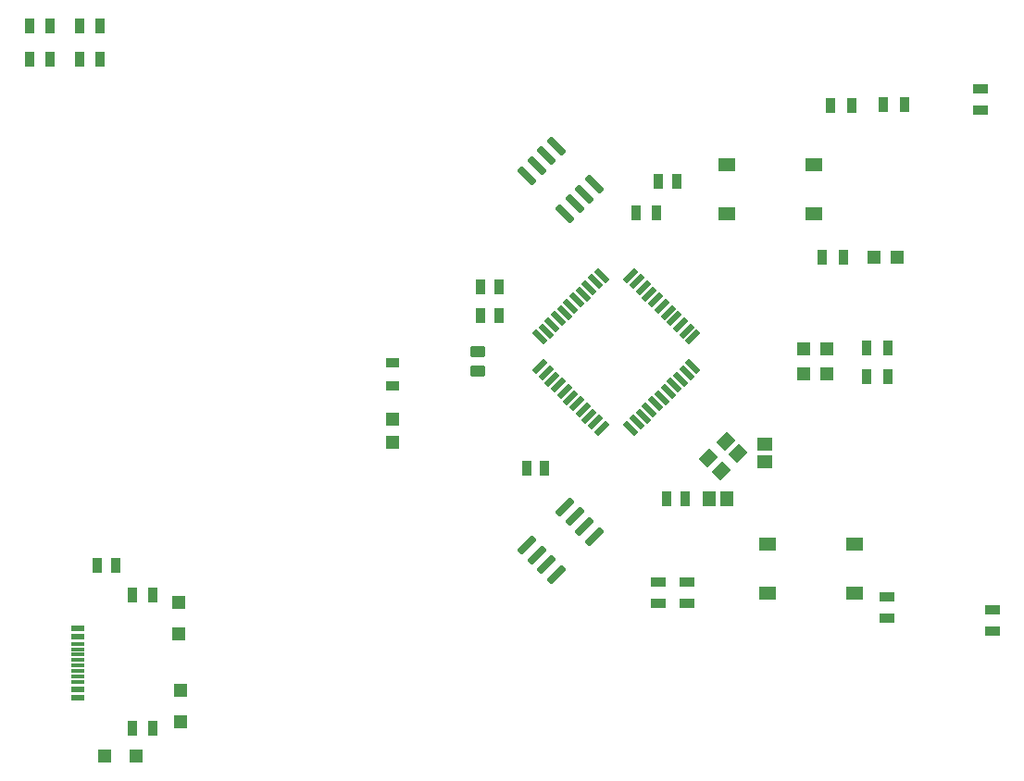
<source format=gtp>
G04*
G04 #@! TF.GenerationSoftware,Altium Limited,Altium Designer,25.6.2 (33)*
G04*
G04 Layer_Color=8421504*
%FSLAX25Y25*%
%MOIN*%
G70*
G04*
G04 #@! TF.SameCoordinates,CE49FCD3-F284-452D-968F-53FA369C6713*
G04*
G04*
G04 #@! TF.FilePolarity,Positive*
G04*
G01*
G75*
G04:AMPARAMS|DCode=19|XSize=77.56mil|YSize=23.62mil|CornerRadius=2.95mil|HoleSize=0mil|Usage=FLASHONLY|Rotation=135.000|XOffset=0mil|YOffset=0mil|HoleType=Round|Shape=RoundedRectangle|*
%AMROUNDEDRECTD19*
21,1,0.07756,0.01772,0,0,135.0*
21,1,0.07165,0.02362,0,0,135.0*
1,1,0.00591,-0.01907,0.03160*
1,1,0.00591,0.03160,-0.01907*
1,1,0.00591,0.01907,-0.03160*
1,1,0.00591,-0.03160,0.01907*
%
%ADD19ROUNDEDRECTD19*%
%ADD20R,0.04724X0.04724*%
%ADD21R,0.03622X0.05433*%
%ADD22R,0.03583X0.05472*%
%ADD23R,0.05433X0.03622*%
G04:AMPARAMS|DCode=24|XSize=40mil|YSize=55mil|CornerRadius=5mil|HoleSize=0mil|Usage=FLASHONLY|Rotation=90.000|XOffset=0mil|YOffset=0mil|HoleType=Round|Shape=RoundedRectangle|*
%AMROUNDEDRECTD24*
21,1,0.04000,0.04500,0,0,90.0*
21,1,0.03000,0.05500,0,0,90.0*
1,1,0.01000,0.02250,0.01500*
1,1,0.01000,0.02250,-0.01500*
1,1,0.01000,-0.02250,-0.01500*
1,1,0.01000,-0.02250,0.01500*
%
%ADD24ROUNDEDRECTD24*%
%ADD25R,0.04724X0.03543*%
%ADD26R,0.04724X0.04724*%
G04:AMPARAMS|DCode=27|XSize=77.56mil|YSize=23.62mil|CornerRadius=2.95mil|HoleSize=0mil|Usage=FLASHONLY|Rotation=225.000|XOffset=0mil|YOffset=0mil|HoleType=Round|Shape=RoundedRectangle|*
%AMROUNDEDRECTD27*
21,1,0.07756,0.01772,0,0,225.0*
21,1,0.07165,0.02362,0,0,225.0*
1,1,0.00591,-0.03160,-0.01907*
1,1,0.00591,0.01907,0.03160*
1,1,0.00591,0.03160,0.01907*
1,1,0.00591,-0.01907,-0.03160*
%
%ADD27ROUNDEDRECTD27*%
%ADD28R,0.05512X0.05118*%
G04:AMPARAMS|DCode=29|XSize=55.12mil|YSize=45.28mil|CornerRadius=0mil|HoleSize=0mil|Usage=FLASHONLY|Rotation=225.000|XOffset=0mil|YOffset=0mil|HoleType=Round|Shape=Rectangle|*
%AMROTATEDRECTD29*
4,1,4,0.00348,0.03550,0.03550,0.00348,-0.00348,-0.03550,-0.03550,-0.00348,0.00348,0.03550,0.0*
%
%ADD29ROTATEDRECTD29*%

%ADD30R,0.05118X0.05512*%
%ADD31R,0.06102X0.05118*%
G04:AMPARAMS|DCode=32|XSize=19.68mil|YSize=59.06mil|CornerRadius=0mil|HoleSize=0mil|Usage=FLASHONLY|Rotation=45.000|XOffset=0mil|YOffset=0mil|HoleType=Round|Shape=Rectangle|*
%AMROTATEDRECTD32*
4,1,4,0.01392,-0.02784,-0.02784,0.01392,-0.01392,0.02784,0.02784,-0.01392,0.01392,-0.02784,0.0*
%
%ADD32ROTATEDRECTD32*%

G04:AMPARAMS|DCode=33|XSize=59.06mil|YSize=19.68mil|CornerRadius=0mil|HoleSize=0mil|Usage=FLASHONLY|Rotation=45.000|XOffset=0mil|YOffset=0mil|HoleType=Round|Shape=Rectangle|*
%AMROTATEDRECTD33*
4,1,4,-0.01392,-0.02784,-0.02784,-0.01392,0.01392,0.02784,0.02784,0.01392,-0.01392,-0.02784,0.0*
%
%ADD33ROTATEDRECTD33*%

%ADD34R,0.04528X0.01181*%
%ADD35R,0.04528X0.02362*%
D19*
X205573Y207320D02*
D03*
X198892Y228144D02*
D03*
X195356Y224608D02*
D03*
X202427Y231680D02*
D03*
X209108Y210856D02*
D03*
X212644Y214392D02*
D03*
X216179Y217927D02*
D03*
X191821Y221073D02*
D03*
D20*
X291500Y149500D02*
D03*
X299768D02*
D03*
X291500Y158500D02*
D03*
X299768D02*
D03*
X325134Y191500D02*
D03*
X316866D02*
D03*
X66500Y67130D02*
D03*
X39870Y12000D02*
D03*
X67000Y24370D02*
D03*
D21*
X321760Y148500D02*
D03*
X314240D02*
D03*
X321760Y159000D02*
D03*
X314240D02*
D03*
X298240Y191500D02*
D03*
X305760D02*
D03*
X230980Y207500D02*
D03*
X238500D02*
D03*
X327760Y246500D02*
D03*
X320240D02*
D03*
X301240Y246400D02*
D03*
X308760D02*
D03*
X38260Y263000D02*
D03*
X30740D02*
D03*
X38260Y275000D02*
D03*
X30740D02*
D03*
X20260D02*
D03*
X12740D02*
D03*
X20260Y263000D02*
D03*
X12740D02*
D03*
X49740Y70000D02*
D03*
X57260D02*
D03*
X49740Y22000D02*
D03*
X57260D02*
D03*
D22*
X245728Y219000D02*
D03*
X239272D02*
D03*
X175272Y170500D02*
D03*
X181728D02*
D03*
X175272Y181000D02*
D03*
X181728D02*
D03*
X191772Y115500D02*
D03*
X198228D02*
D03*
X248728Y104500D02*
D03*
X242272D02*
D03*
X43728Y80500D02*
D03*
X37272D02*
D03*
D23*
X355000Y252260D02*
D03*
Y244740D02*
D03*
X359500Y57000D02*
D03*
Y64520D02*
D03*
X321500Y61740D02*
D03*
Y69260D02*
D03*
X239000Y67000D02*
D03*
Y74520D02*
D03*
X249500Y67000D02*
D03*
Y74520D02*
D03*
D24*
X174000Y157500D02*
D03*
Y150500D02*
D03*
D25*
X143500Y145366D02*
D03*
Y153634D02*
D03*
D26*
Y124866D02*
D03*
Y133134D02*
D03*
X66500Y55870D02*
D03*
X51130Y12000D02*
D03*
X67000Y35630D02*
D03*
D27*
X216179Y91073D02*
D03*
X212644Y94608D02*
D03*
X209108Y98144D02*
D03*
X205573Y101680D02*
D03*
X191821Y87927D02*
D03*
X195356Y84392D02*
D03*
X198892Y80856D02*
D03*
X202427Y77320D02*
D03*
D28*
X277500Y117850D02*
D03*
Y124150D02*
D03*
D29*
X267789Y120835D02*
D03*
X261665Y114711D02*
D03*
X257211Y119165D02*
D03*
X263335Y125289D02*
D03*
D30*
X257350Y104500D02*
D03*
X263650D02*
D03*
D31*
X263850Y224858D02*
D03*
X295150D02*
D03*
X263850Y207142D02*
D03*
X295150D02*
D03*
X278350Y88358D02*
D03*
X309650D02*
D03*
X278350Y70642D02*
D03*
X309650D02*
D03*
D32*
X196440Y162789D02*
D03*
X198667Y165016D02*
D03*
X200894Y167244D02*
D03*
X203121Y169471D02*
D03*
X205348Y171698D02*
D03*
X207575Y173925D02*
D03*
X209802Y176152D02*
D03*
X212029Y178379D02*
D03*
X214256Y180606D02*
D03*
X216483Y182833D02*
D03*
X218711Y185061D02*
D03*
X251560Y152211D02*
D03*
X249333Y149984D02*
D03*
X247106Y147756D02*
D03*
X244879Y145529D02*
D03*
X242652Y143302D02*
D03*
X240425Y141075D02*
D03*
X238198Y138848D02*
D03*
X235971Y136621D02*
D03*
X233744Y134394D02*
D03*
X231517Y132167D02*
D03*
X229289Y129939D02*
D03*
D33*
Y185061D02*
D03*
X231517Y182833D02*
D03*
X233744Y180606D02*
D03*
X235971Y178379D02*
D03*
X238198Y176152D02*
D03*
X240425Y173925D02*
D03*
X242652Y171698D02*
D03*
X244879Y169471D02*
D03*
X247106Y167244D02*
D03*
X249333Y165016D02*
D03*
X251560Y162789D02*
D03*
X218711Y129939D02*
D03*
X216483Y132167D02*
D03*
X214256Y134394D02*
D03*
X212029Y136621D02*
D03*
X209802Y138848D02*
D03*
X207575Y141075D02*
D03*
X205348Y143302D02*
D03*
X203121Y145529D02*
D03*
X200894Y147756D02*
D03*
X198667Y149984D02*
D03*
X196440Y152211D02*
D03*
D34*
X29984Y52390D02*
D03*
Y50421D02*
D03*
Y48453D02*
D03*
Y46484D02*
D03*
Y44516D02*
D03*
Y42547D02*
D03*
Y40579D02*
D03*
Y38610D02*
D03*
D35*
Y36051D02*
D03*
Y54949D02*
D03*
Y58098D02*
D03*
Y32902D02*
D03*
M02*

</source>
